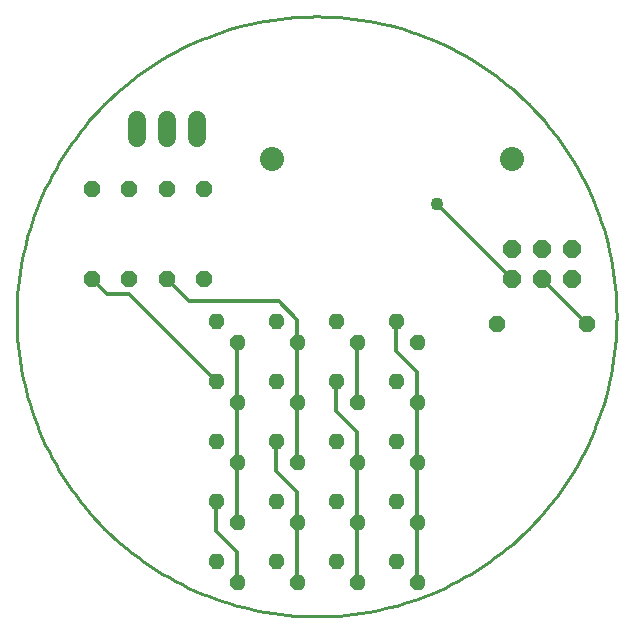
<source format=gtl>
G75*
%MOIN*%
%OFA0B0*%
%FSLAX25Y25*%
%IPPOS*%
%LPD*%
%AMOC8*
5,1,8,0,0,1.08239X$1,22.5*
%
%ADD10C,0.01000*%
%ADD11C,0.08000*%
%ADD12OC8,0.06000*%
%ADD13C,0.01040*%
%ADD14OC8,0.05200*%
%ADD15C,0.06000*%
%ADD16C,0.04356*%
%ADD17C,0.01181*%
D10*
X0001500Y0114770D02*
X0001530Y0117224D01*
X0001620Y0119677D01*
X0001771Y0122126D01*
X0001982Y0124572D01*
X0002252Y0127011D01*
X0002582Y0129443D01*
X0002972Y0131866D01*
X0003421Y0134279D01*
X0003930Y0136680D01*
X0004497Y0139068D01*
X0005122Y0141441D01*
X0005806Y0143798D01*
X0006547Y0146138D01*
X0007346Y0148459D01*
X0008201Y0150760D01*
X0009112Y0153038D01*
X0010079Y0155294D01*
X0011101Y0157526D01*
X0012178Y0159731D01*
X0013308Y0161910D01*
X0014491Y0164060D01*
X0015727Y0166180D01*
X0017015Y0168270D01*
X0018353Y0170327D01*
X0019742Y0172351D01*
X0021179Y0174340D01*
X0022665Y0176293D01*
X0024199Y0178209D01*
X0025779Y0180087D01*
X0027405Y0181926D01*
X0029075Y0183724D01*
X0030789Y0185481D01*
X0032546Y0187195D01*
X0034344Y0188865D01*
X0036183Y0190491D01*
X0038061Y0192071D01*
X0039977Y0193605D01*
X0041930Y0195091D01*
X0043919Y0196528D01*
X0045943Y0197917D01*
X0048000Y0199255D01*
X0050090Y0200543D01*
X0052210Y0201779D01*
X0054360Y0202962D01*
X0056539Y0204092D01*
X0058744Y0205169D01*
X0060976Y0206191D01*
X0063232Y0207158D01*
X0065510Y0208069D01*
X0067811Y0208924D01*
X0070132Y0209723D01*
X0072472Y0210464D01*
X0074829Y0211148D01*
X0077202Y0211773D01*
X0079590Y0212340D01*
X0081991Y0212849D01*
X0084404Y0213298D01*
X0086827Y0213688D01*
X0089259Y0214018D01*
X0091698Y0214288D01*
X0094144Y0214499D01*
X0096593Y0214650D01*
X0099046Y0214740D01*
X0101500Y0214770D01*
X0103954Y0214740D01*
X0106407Y0214650D01*
X0108856Y0214499D01*
X0111302Y0214288D01*
X0113741Y0214018D01*
X0116173Y0213688D01*
X0118596Y0213298D01*
X0121009Y0212849D01*
X0123410Y0212340D01*
X0125798Y0211773D01*
X0128171Y0211148D01*
X0130528Y0210464D01*
X0132868Y0209723D01*
X0135189Y0208924D01*
X0137490Y0208069D01*
X0139768Y0207158D01*
X0142024Y0206191D01*
X0144256Y0205169D01*
X0146461Y0204092D01*
X0148640Y0202962D01*
X0150790Y0201779D01*
X0152910Y0200543D01*
X0155000Y0199255D01*
X0157057Y0197917D01*
X0159081Y0196528D01*
X0161070Y0195091D01*
X0163023Y0193605D01*
X0164939Y0192071D01*
X0166817Y0190491D01*
X0168656Y0188865D01*
X0170454Y0187195D01*
X0172211Y0185481D01*
X0173925Y0183724D01*
X0175595Y0181926D01*
X0177221Y0180087D01*
X0178801Y0178209D01*
X0180335Y0176293D01*
X0181821Y0174340D01*
X0183258Y0172351D01*
X0184647Y0170327D01*
X0185985Y0168270D01*
X0187273Y0166180D01*
X0188509Y0164060D01*
X0189692Y0161910D01*
X0190822Y0159731D01*
X0191899Y0157526D01*
X0192921Y0155294D01*
X0193888Y0153038D01*
X0194799Y0150760D01*
X0195654Y0148459D01*
X0196453Y0146138D01*
X0197194Y0143798D01*
X0197878Y0141441D01*
X0198503Y0139068D01*
X0199070Y0136680D01*
X0199579Y0134279D01*
X0200028Y0131866D01*
X0200418Y0129443D01*
X0200748Y0127011D01*
X0201018Y0124572D01*
X0201229Y0122126D01*
X0201380Y0119677D01*
X0201470Y0117224D01*
X0201500Y0114770D01*
X0201470Y0112316D01*
X0201380Y0109863D01*
X0201229Y0107414D01*
X0201018Y0104968D01*
X0200748Y0102529D01*
X0200418Y0100097D01*
X0200028Y0097674D01*
X0199579Y0095261D01*
X0199070Y0092860D01*
X0198503Y0090472D01*
X0197878Y0088099D01*
X0197194Y0085742D01*
X0196453Y0083402D01*
X0195654Y0081081D01*
X0194799Y0078780D01*
X0193888Y0076502D01*
X0192921Y0074246D01*
X0191899Y0072014D01*
X0190822Y0069809D01*
X0189692Y0067630D01*
X0188509Y0065480D01*
X0187273Y0063360D01*
X0185985Y0061270D01*
X0184647Y0059213D01*
X0183258Y0057189D01*
X0181821Y0055200D01*
X0180335Y0053247D01*
X0178801Y0051331D01*
X0177221Y0049453D01*
X0175595Y0047614D01*
X0173925Y0045816D01*
X0172211Y0044059D01*
X0170454Y0042345D01*
X0168656Y0040675D01*
X0166817Y0039049D01*
X0164939Y0037469D01*
X0163023Y0035935D01*
X0161070Y0034449D01*
X0159081Y0033012D01*
X0157057Y0031623D01*
X0155000Y0030285D01*
X0152910Y0028997D01*
X0150790Y0027761D01*
X0148640Y0026578D01*
X0146461Y0025448D01*
X0144256Y0024371D01*
X0142024Y0023349D01*
X0139768Y0022382D01*
X0137490Y0021471D01*
X0135189Y0020616D01*
X0132868Y0019817D01*
X0130528Y0019076D01*
X0128171Y0018392D01*
X0125798Y0017767D01*
X0123410Y0017200D01*
X0121009Y0016691D01*
X0118596Y0016242D01*
X0116173Y0015852D01*
X0113741Y0015522D01*
X0111302Y0015252D01*
X0108856Y0015041D01*
X0106407Y0014890D01*
X0103954Y0014800D01*
X0101500Y0014770D01*
X0099046Y0014800D01*
X0096593Y0014890D01*
X0094144Y0015041D01*
X0091698Y0015252D01*
X0089259Y0015522D01*
X0086827Y0015852D01*
X0084404Y0016242D01*
X0081991Y0016691D01*
X0079590Y0017200D01*
X0077202Y0017767D01*
X0074829Y0018392D01*
X0072472Y0019076D01*
X0070132Y0019817D01*
X0067811Y0020616D01*
X0065510Y0021471D01*
X0063232Y0022382D01*
X0060976Y0023349D01*
X0058744Y0024371D01*
X0056539Y0025448D01*
X0054360Y0026578D01*
X0052210Y0027761D01*
X0050090Y0028997D01*
X0048000Y0030285D01*
X0045943Y0031623D01*
X0043919Y0033012D01*
X0041930Y0034449D01*
X0039977Y0035935D01*
X0038061Y0037469D01*
X0036183Y0039049D01*
X0034344Y0040675D01*
X0032546Y0042345D01*
X0030789Y0044059D01*
X0029075Y0045816D01*
X0027405Y0047614D01*
X0025779Y0049453D01*
X0024199Y0051331D01*
X0022665Y0053247D01*
X0021179Y0055200D01*
X0019742Y0057189D01*
X0018353Y0059213D01*
X0017015Y0061270D01*
X0015727Y0063360D01*
X0014491Y0065480D01*
X0013308Y0067630D01*
X0012178Y0069809D01*
X0011101Y0072014D01*
X0010079Y0074246D01*
X0009112Y0076502D01*
X0008201Y0078780D01*
X0007346Y0081081D01*
X0006547Y0083402D01*
X0005806Y0085742D01*
X0005122Y0088099D01*
X0004497Y0090472D01*
X0003930Y0092860D01*
X0003421Y0095261D01*
X0002972Y0097674D01*
X0002582Y0100097D01*
X0002252Y0102529D01*
X0001982Y0104968D01*
X0001771Y0107414D01*
X0001620Y0109863D01*
X0001530Y0112316D01*
X0001500Y0114770D01*
D11*
X0086500Y0167270D03*
X0166500Y0167270D03*
D12*
X0166500Y0137270D03*
X0176500Y0137270D03*
X0186500Y0137270D03*
X0186500Y0127270D03*
X0176500Y0127270D03*
X0166500Y0127270D03*
D13*
X0068305Y0031746D02*
X0068825Y0031226D01*
X0067103Y0031226D01*
X0065885Y0032444D01*
X0065885Y0034166D01*
X0067103Y0035384D01*
X0068825Y0035384D01*
X0070043Y0034166D01*
X0070043Y0032444D01*
X0068825Y0031226D01*
X0068502Y0032006D01*
X0067426Y0032006D01*
X0066665Y0032767D01*
X0066665Y0033843D01*
X0067426Y0034604D01*
X0068502Y0034604D01*
X0069263Y0033843D01*
X0069263Y0032767D01*
X0068502Y0032006D01*
X0068179Y0032786D01*
X0067749Y0032786D01*
X0067445Y0033090D01*
X0067445Y0033520D01*
X0067749Y0033824D01*
X0068179Y0033824D01*
X0068483Y0033520D01*
X0068483Y0033090D01*
X0068179Y0032786D01*
X0075377Y0024675D02*
X0075897Y0024155D01*
X0074175Y0024155D01*
X0072957Y0025373D01*
X0072957Y0027095D01*
X0074175Y0028313D01*
X0075897Y0028313D01*
X0077115Y0027095D01*
X0077115Y0025373D01*
X0075897Y0024155D01*
X0075574Y0024935D01*
X0074498Y0024935D01*
X0073737Y0025696D01*
X0073737Y0026772D01*
X0074498Y0027533D01*
X0075574Y0027533D01*
X0076335Y0026772D01*
X0076335Y0025696D01*
X0075574Y0024935D01*
X0075251Y0025715D01*
X0074821Y0025715D01*
X0074517Y0026019D01*
X0074517Y0026449D01*
X0074821Y0026753D01*
X0075251Y0026753D01*
X0075555Y0026449D01*
X0075555Y0026019D01*
X0075251Y0025715D01*
X0088305Y0031746D02*
X0088825Y0031226D01*
X0087103Y0031226D01*
X0085885Y0032444D01*
X0085885Y0034166D01*
X0087103Y0035384D01*
X0088825Y0035384D01*
X0090043Y0034166D01*
X0090043Y0032444D01*
X0088825Y0031226D01*
X0088502Y0032006D01*
X0087426Y0032006D01*
X0086665Y0032767D01*
X0086665Y0033843D01*
X0087426Y0034604D01*
X0088502Y0034604D01*
X0089263Y0033843D01*
X0089263Y0032767D01*
X0088502Y0032006D01*
X0088179Y0032786D01*
X0087749Y0032786D01*
X0087445Y0033090D01*
X0087445Y0033520D01*
X0087749Y0033824D01*
X0088179Y0033824D01*
X0088483Y0033520D01*
X0088483Y0033090D01*
X0088179Y0032786D01*
X0095377Y0024675D02*
X0095897Y0024155D01*
X0094175Y0024155D01*
X0092957Y0025373D01*
X0092957Y0027095D01*
X0094175Y0028313D01*
X0095897Y0028313D01*
X0097115Y0027095D01*
X0097115Y0025373D01*
X0095897Y0024155D01*
X0095574Y0024935D01*
X0094498Y0024935D01*
X0093737Y0025696D01*
X0093737Y0026772D01*
X0094498Y0027533D01*
X0095574Y0027533D01*
X0096335Y0026772D01*
X0096335Y0025696D01*
X0095574Y0024935D01*
X0095251Y0025715D01*
X0094821Y0025715D01*
X0094517Y0026019D01*
X0094517Y0026449D01*
X0094821Y0026753D01*
X0095251Y0026753D01*
X0095555Y0026449D01*
X0095555Y0026019D01*
X0095251Y0025715D01*
X0108305Y0031746D02*
X0108825Y0031226D01*
X0107103Y0031226D01*
X0105885Y0032444D01*
X0105885Y0034166D01*
X0107103Y0035384D01*
X0108825Y0035384D01*
X0110043Y0034166D01*
X0110043Y0032444D01*
X0108825Y0031226D01*
X0108502Y0032006D01*
X0107426Y0032006D01*
X0106665Y0032767D01*
X0106665Y0033843D01*
X0107426Y0034604D01*
X0108502Y0034604D01*
X0109263Y0033843D01*
X0109263Y0032767D01*
X0108502Y0032006D01*
X0108179Y0032786D01*
X0107749Y0032786D01*
X0107445Y0033090D01*
X0107445Y0033520D01*
X0107749Y0033824D01*
X0108179Y0033824D01*
X0108483Y0033520D01*
X0108483Y0033090D01*
X0108179Y0032786D01*
X0115377Y0024675D02*
X0115897Y0024155D01*
X0114175Y0024155D01*
X0112957Y0025373D01*
X0112957Y0027095D01*
X0114175Y0028313D01*
X0115897Y0028313D01*
X0117115Y0027095D01*
X0117115Y0025373D01*
X0115897Y0024155D01*
X0115574Y0024935D01*
X0114498Y0024935D01*
X0113737Y0025696D01*
X0113737Y0026772D01*
X0114498Y0027533D01*
X0115574Y0027533D01*
X0116335Y0026772D01*
X0116335Y0025696D01*
X0115574Y0024935D01*
X0115251Y0025715D01*
X0114821Y0025715D01*
X0114517Y0026019D01*
X0114517Y0026449D01*
X0114821Y0026753D01*
X0115251Y0026753D01*
X0115555Y0026449D01*
X0115555Y0026019D01*
X0115251Y0025715D01*
X0128305Y0031746D02*
X0128825Y0031226D01*
X0127103Y0031226D01*
X0125885Y0032444D01*
X0125885Y0034166D01*
X0127103Y0035384D01*
X0128825Y0035384D01*
X0130043Y0034166D01*
X0130043Y0032444D01*
X0128825Y0031226D01*
X0128502Y0032006D01*
X0127426Y0032006D01*
X0126665Y0032767D01*
X0126665Y0033843D01*
X0127426Y0034604D01*
X0128502Y0034604D01*
X0129263Y0033843D01*
X0129263Y0032767D01*
X0128502Y0032006D01*
X0128179Y0032786D01*
X0127749Y0032786D01*
X0127445Y0033090D01*
X0127445Y0033520D01*
X0127749Y0033824D01*
X0128179Y0033824D01*
X0128483Y0033520D01*
X0128483Y0033090D01*
X0128179Y0032786D01*
X0135377Y0024675D02*
X0135897Y0024155D01*
X0134175Y0024155D01*
X0132957Y0025373D01*
X0132957Y0027095D01*
X0134175Y0028313D01*
X0135897Y0028313D01*
X0137115Y0027095D01*
X0137115Y0025373D01*
X0135897Y0024155D01*
X0135574Y0024935D01*
X0134498Y0024935D01*
X0133737Y0025696D01*
X0133737Y0026772D01*
X0134498Y0027533D01*
X0135574Y0027533D01*
X0136335Y0026772D01*
X0136335Y0025696D01*
X0135574Y0024935D01*
X0135251Y0025715D01*
X0134821Y0025715D01*
X0134517Y0026019D01*
X0134517Y0026449D01*
X0134821Y0026753D01*
X0135251Y0026753D01*
X0135555Y0026449D01*
X0135555Y0026019D01*
X0135251Y0025715D01*
X0135377Y0044675D02*
X0135897Y0044155D01*
X0134175Y0044155D01*
X0132957Y0045373D01*
X0132957Y0047095D01*
X0134175Y0048313D01*
X0135897Y0048313D01*
X0137115Y0047095D01*
X0137115Y0045373D01*
X0135897Y0044155D01*
X0135574Y0044935D01*
X0134498Y0044935D01*
X0133737Y0045696D01*
X0133737Y0046772D01*
X0134498Y0047533D01*
X0135574Y0047533D01*
X0136335Y0046772D01*
X0136335Y0045696D01*
X0135574Y0044935D01*
X0135251Y0045715D01*
X0134821Y0045715D01*
X0134517Y0046019D01*
X0134517Y0046449D01*
X0134821Y0046753D01*
X0135251Y0046753D01*
X0135555Y0046449D01*
X0135555Y0046019D01*
X0135251Y0045715D01*
X0128305Y0051746D02*
X0128825Y0051226D01*
X0127103Y0051226D01*
X0125885Y0052444D01*
X0125885Y0054166D01*
X0127103Y0055384D01*
X0128825Y0055384D01*
X0130043Y0054166D01*
X0130043Y0052444D01*
X0128825Y0051226D01*
X0128502Y0052006D01*
X0127426Y0052006D01*
X0126665Y0052767D01*
X0126665Y0053843D01*
X0127426Y0054604D01*
X0128502Y0054604D01*
X0129263Y0053843D01*
X0129263Y0052767D01*
X0128502Y0052006D01*
X0128179Y0052786D01*
X0127749Y0052786D01*
X0127445Y0053090D01*
X0127445Y0053520D01*
X0127749Y0053824D01*
X0128179Y0053824D01*
X0128483Y0053520D01*
X0128483Y0053090D01*
X0128179Y0052786D01*
X0135377Y0064675D02*
X0135897Y0064155D01*
X0134175Y0064155D01*
X0132957Y0065373D01*
X0132957Y0067095D01*
X0134175Y0068313D01*
X0135897Y0068313D01*
X0137115Y0067095D01*
X0137115Y0065373D01*
X0135897Y0064155D01*
X0135574Y0064935D01*
X0134498Y0064935D01*
X0133737Y0065696D01*
X0133737Y0066772D01*
X0134498Y0067533D01*
X0135574Y0067533D01*
X0136335Y0066772D01*
X0136335Y0065696D01*
X0135574Y0064935D01*
X0135251Y0065715D01*
X0134821Y0065715D01*
X0134517Y0066019D01*
X0134517Y0066449D01*
X0134821Y0066753D01*
X0135251Y0066753D01*
X0135555Y0066449D01*
X0135555Y0066019D01*
X0135251Y0065715D01*
X0128305Y0071746D02*
X0128825Y0071226D01*
X0127103Y0071226D01*
X0125885Y0072444D01*
X0125885Y0074166D01*
X0127103Y0075384D01*
X0128825Y0075384D01*
X0130043Y0074166D01*
X0130043Y0072444D01*
X0128825Y0071226D01*
X0128502Y0072006D01*
X0127426Y0072006D01*
X0126665Y0072767D01*
X0126665Y0073843D01*
X0127426Y0074604D01*
X0128502Y0074604D01*
X0129263Y0073843D01*
X0129263Y0072767D01*
X0128502Y0072006D01*
X0128179Y0072786D01*
X0127749Y0072786D01*
X0127445Y0073090D01*
X0127445Y0073520D01*
X0127749Y0073824D01*
X0128179Y0073824D01*
X0128483Y0073520D01*
X0128483Y0073090D01*
X0128179Y0072786D01*
X0135377Y0084675D02*
X0135897Y0084155D01*
X0134175Y0084155D01*
X0132957Y0085373D01*
X0132957Y0087095D01*
X0134175Y0088313D01*
X0135897Y0088313D01*
X0137115Y0087095D01*
X0137115Y0085373D01*
X0135897Y0084155D01*
X0135574Y0084935D01*
X0134498Y0084935D01*
X0133737Y0085696D01*
X0133737Y0086772D01*
X0134498Y0087533D01*
X0135574Y0087533D01*
X0136335Y0086772D01*
X0136335Y0085696D01*
X0135574Y0084935D01*
X0135251Y0085715D01*
X0134821Y0085715D01*
X0134517Y0086019D01*
X0134517Y0086449D01*
X0134821Y0086753D01*
X0135251Y0086753D01*
X0135555Y0086449D01*
X0135555Y0086019D01*
X0135251Y0085715D01*
X0128305Y0091746D02*
X0128825Y0091226D01*
X0127103Y0091226D01*
X0125885Y0092444D01*
X0125885Y0094166D01*
X0127103Y0095384D01*
X0128825Y0095384D01*
X0130043Y0094166D01*
X0130043Y0092444D01*
X0128825Y0091226D01*
X0128502Y0092006D01*
X0127426Y0092006D01*
X0126665Y0092767D01*
X0126665Y0093843D01*
X0127426Y0094604D01*
X0128502Y0094604D01*
X0129263Y0093843D01*
X0129263Y0092767D01*
X0128502Y0092006D01*
X0128179Y0092786D01*
X0127749Y0092786D01*
X0127445Y0093090D01*
X0127445Y0093520D01*
X0127749Y0093824D01*
X0128179Y0093824D01*
X0128483Y0093520D01*
X0128483Y0093090D01*
X0128179Y0092786D01*
X0115377Y0084675D02*
X0115897Y0084155D01*
X0114175Y0084155D01*
X0112957Y0085373D01*
X0112957Y0087095D01*
X0114175Y0088313D01*
X0115897Y0088313D01*
X0117115Y0087095D01*
X0117115Y0085373D01*
X0115897Y0084155D01*
X0115574Y0084935D01*
X0114498Y0084935D01*
X0113737Y0085696D01*
X0113737Y0086772D01*
X0114498Y0087533D01*
X0115574Y0087533D01*
X0116335Y0086772D01*
X0116335Y0085696D01*
X0115574Y0084935D01*
X0115251Y0085715D01*
X0114821Y0085715D01*
X0114517Y0086019D01*
X0114517Y0086449D01*
X0114821Y0086753D01*
X0115251Y0086753D01*
X0115555Y0086449D01*
X0115555Y0086019D01*
X0115251Y0085715D01*
X0108305Y0091746D02*
X0108825Y0091226D01*
X0107103Y0091226D01*
X0105885Y0092444D01*
X0105885Y0094166D01*
X0107103Y0095384D01*
X0108825Y0095384D01*
X0110043Y0094166D01*
X0110043Y0092444D01*
X0108825Y0091226D01*
X0108502Y0092006D01*
X0107426Y0092006D01*
X0106665Y0092767D01*
X0106665Y0093843D01*
X0107426Y0094604D01*
X0108502Y0094604D01*
X0109263Y0093843D01*
X0109263Y0092767D01*
X0108502Y0092006D01*
X0108179Y0092786D01*
X0107749Y0092786D01*
X0107445Y0093090D01*
X0107445Y0093520D01*
X0107749Y0093824D01*
X0108179Y0093824D01*
X0108483Y0093520D01*
X0108483Y0093090D01*
X0108179Y0092786D01*
X0095377Y0084675D02*
X0095897Y0084155D01*
X0094175Y0084155D01*
X0092957Y0085373D01*
X0092957Y0087095D01*
X0094175Y0088313D01*
X0095897Y0088313D01*
X0097115Y0087095D01*
X0097115Y0085373D01*
X0095897Y0084155D01*
X0095574Y0084935D01*
X0094498Y0084935D01*
X0093737Y0085696D01*
X0093737Y0086772D01*
X0094498Y0087533D01*
X0095574Y0087533D01*
X0096335Y0086772D01*
X0096335Y0085696D01*
X0095574Y0084935D01*
X0095251Y0085715D01*
X0094821Y0085715D01*
X0094517Y0086019D01*
X0094517Y0086449D01*
X0094821Y0086753D01*
X0095251Y0086753D01*
X0095555Y0086449D01*
X0095555Y0086019D01*
X0095251Y0085715D01*
X0088305Y0091746D02*
X0088825Y0091226D01*
X0087103Y0091226D01*
X0085885Y0092444D01*
X0085885Y0094166D01*
X0087103Y0095384D01*
X0088825Y0095384D01*
X0090043Y0094166D01*
X0090043Y0092444D01*
X0088825Y0091226D01*
X0088502Y0092006D01*
X0087426Y0092006D01*
X0086665Y0092767D01*
X0086665Y0093843D01*
X0087426Y0094604D01*
X0088502Y0094604D01*
X0089263Y0093843D01*
X0089263Y0092767D01*
X0088502Y0092006D01*
X0088179Y0092786D01*
X0087749Y0092786D01*
X0087445Y0093090D01*
X0087445Y0093520D01*
X0087749Y0093824D01*
X0088179Y0093824D01*
X0088483Y0093520D01*
X0088483Y0093090D01*
X0088179Y0092786D01*
X0075377Y0084675D02*
X0075897Y0084155D01*
X0074175Y0084155D01*
X0072957Y0085373D01*
X0072957Y0087095D01*
X0074175Y0088313D01*
X0075897Y0088313D01*
X0077115Y0087095D01*
X0077115Y0085373D01*
X0075897Y0084155D01*
X0075574Y0084935D01*
X0074498Y0084935D01*
X0073737Y0085696D01*
X0073737Y0086772D01*
X0074498Y0087533D01*
X0075574Y0087533D01*
X0076335Y0086772D01*
X0076335Y0085696D01*
X0075574Y0084935D01*
X0075251Y0085715D01*
X0074821Y0085715D01*
X0074517Y0086019D01*
X0074517Y0086449D01*
X0074821Y0086753D01*
X0075251Y0086753D01*
X0075555Y0086449D01*
X0075555Y0086019D01*
X0075251Y0085715D01*
X0068305Y0091746D02*
X0068825Y0091226D01*
X0067103Y0091226D01*
X0065885Y0092444D01*
X0065885Y0094166D01*
X0067103Y0095384D01*
X0068825Y0095384D01*
X0070043Y0094166D01*
X0070043Y0092444D01*
X0068825Y0091226D01*
X0068502Y0092006D01*
X0067426Y0092006D01*
X0066665Y0092767D01*
X0066665Y0093843D01*
X0067426Y0094604D01*
X0068502Y0094604D01*
X0069263Y0093843D01*
X0069263Y0092767D01*
X0068502Y0092006D01*
X0068179Y0092786D01*
X0067749Y0092786D01*
X0067445Y0093090D01*
X0067445Y0093520D01*
X0067749Y0093824D01*
X0068179Y0093824D01*
X0068483Y0093520D01*
X0068483Y0093090D01*
X0068179Y0092786D01*
X0075377Y0104675D02*
X0075897Y0104155D01*
X0074175Y0104155D01*
X0072957Y0105373D01*
X0072957Y0107095D01*
X0074175Y0108313D01*
X0075897Y0108313D01*
X0077115Y0107095D01*
X0077115Y0105373D01*
X0075897Y0104155D01*
X0075574Y0104935D01*
X0074498Y0104935D01*
X0073737Y0105696D01*
X0073737Y0106772D01*
X0074498Y0107533D01*
X0075574Y0107533D01*
X0076335Y0106772D01*
X0076335Y0105696D01*
X0075574Y0104935D01*
X0075251Y0105715D01*
X0074821Y0105715D01*
X0074517Y0106019D01*
X0074517Y0106449D01*
X0074821Y0106753D01*
X0075251Y0106753D01*
X0075555Y0106449D01*
X0075555Y0106019D01*
X0075251Y0105715D01*
X0068305Y0111746D02*
X0068825Y0111226D01*
X0067103Y0111226D01*
X0065885Y0112444D01*
X0065885Y0114166D01*
X0067103Y0115384D01*
X0068825Y0115384D01*
X0070043Y0114166D01*
X0070043Y0112444D01*
X0068825Y0111226D01*
X0068502Y0112006D01*
X0067426Y0112006D01*
X0066665Y0112767D01*
X0066665Y0113843D01*
X0067426Y0114604D01*
X0068502Y0114604D01*
X0069263Y0113843D01*
X0069263Y0112767D01*
X0068502Y0112006D01*
X0068179Y0112786D01*
X0067749Y0112786D01*
X0067445Y0113090D01*
X0067445Y0113520D01*
X0067749Y0113824D01*
X0068179Y0113824D01*
X0068483Y0113520D01*
X0068483Y0113090D01*
X0068179Y0112786D01*
X0088305Y0111746D02*
X0088825Y0111226D01*
X0087103Y0111226D01*
X0085885Y0112444D01*
X0085885Y0114166D01*
X0087103Y0115384D01*
X0088825Y0115384D01*
X0090043Y0114166D01*
X0090043Y0112444D01*
X0088825Y0111226D01*
X0088502Y0112006D01*
X0087426Y0112006D01*
X0086665Y0112767D01*
X0086665Y0113843D01*
X0087426Y0114604D01*
X0088502Y0114604D01*
X0089263Y0113843D01*
X0089263Y0112767D01*
X0088502Y0112006D01*
X0088179Y0112786D01*
X0087749Y0112786D01*
X0087445Y0113090D01*
X0087445Y0113520D01*
X0087749Y0113824D01*
X0088179Y0113824D01*
X0088483Y0113520D01*
X0088483Y0113090D01*
X0088179Y0112786D01*
X0095377Y0104675D02*
X0095897Y0104155D01*
X0094175Y0104155D01*
X0092957Y0105373D01*
X0092957Y0107095D01*
X0094175Y0108313D01*
X0095897Y0108313D01*
X0097115Y0107095D01*
X0097115Y0105373D01*
X0095897Y0104155D01*
X0095574Y0104935D01*
X0094498Y0104935D01*
X0093737Y0105696D01*
X0093737Y0106772D01*
X0094498Y0107533D01*
X0095574Y0107533D01*
X0096335Y0106772D01*
X0096335Y0105696D01*
X0095574Y0104935D01*
X0095251Y0105715D01*
X0094821Y0105715D01*
X0094517Y0106019D01*
X0094517Y0106449D01*
X0094821Y0106753D01*
X0095251Y0106753D01*
X0095555Y0106449D01*
X0095555Y0106019D01*
X0095251Y0105715D01*
X0108305Y0111746D02*
X0108825Y0111226D01*
X0107103Y0111226D01*
X0105885Y0112444D01*
X0105885Y0114166D01*
X0107103Y0115384D01*
X0108825Y0115384D01*
X0110043Y0114166D01*
X0110043Y0112444D01*
X0108825Y0111226D01*
X0108502Y0112006D01*
X0107426Y0112006D01*
X0106665Y0112767D01*
X0106665Y0113843D01*
X0107426Y0114604D01*
X0108502Y0114604D01*
X0109263Y0113843D01*
X0109263Y0112767D01*
X0108502Y0112006D01*
X0108179Y0112786D01*
X0107749Y0112786D01*
X0107445Y0113090D01*
X0107445Y0113520D01*
X0107749Y0113824D01*
X0108179Y0113824D01*
X0108483Y0113520D01*
X0108483Y0113090D01*
X0108179Y0112786D01*
X0115377Y0104675D02*
X0115897Y0104155D01*
X0114175Y0104155D01*
X0112957Y0105373D01*
X0112957Y0107095D01*
X0114175Y0108313D01*
X0115897Y0108313D01*
X0117115Y0107095D01*
X0117115Y0105373D01*
X0115897Y0104155D01*
X0115574Y0104935D01*
X0114498Y0104935D01*
X0113737Y0105696D01*
X0113737Y0106772D01*
X0114498Y0107533D01*
X0115574Y0107533D01*
X0116335Y0106772D01*
X0116335Y0105696D01*
X0115574Y0104935D01*
X0115251Y0105715D01*
X0114821Y0105715D01*
X0114517Y0106019D01*
X0114517Y0106449D01*
X0114821Y0106753D01*
X0115251Y0106753D01*
X0115555Y0106449D01*
X0115555Y0106019D01*
X0115251Y0105715D01*
X0128305Y0111746D02*
X0128825Y0111226D01*
X0127103Y0111226D01*
X0125885Y0112444D01*
X0125885Y0114166D01*
X0127103Y0115384D01*
X0128825Y0115384D01*
X0130043Y0114166D01*
X0130043Y0112444D01*
X0128825Y0111226D01*
X0128502Y0112006D01*
X0127426Y0112006D01*
X0126665Y0112767D01*
X0126665Y0113843D01*
X0127426Y0114604D01*
X0128502Y0114604D01*
X0129263Y0113843D01*
X0129263Y0112767D01*
X0128502Y0112006D01*
X0128179Y0112786D01*
X0127749Y0112786D01*
X0127445Y0113090D01*
X0127445Y0113520D01*
X0127749Y0113824D01*
X0128179Y0113824D01*
X0128483Y0113520D01*
X0128483Y0113090D01*
X0128179Y0112786D01*
X0135377Y0104675D02*
X0135897Y0104155D01*
X0134175Y0104155D01*
X0132957Y0105373D01*
X0132957Y0107095D01*
X0134175Y0108313D01*
X0135897Y0108313D01*
X0137115Y0107095D01*
X0137115Y0105373D01*
X0135897Y0104155D01*
X0135574Y0104935D01*
X0134498Y0104935D01*
X0133737Y0105696D01*
X0133737Y0106772D01*
X0134498Y0107533D01*
X0135574Y0107533D01*
X0136335Y0106772D01*
X0136335Y0105696D01*
X0135574Y0104935D01*
X0135251Y0105715D01*
X0134821Y0105715D01*
X0134517Y0106019D01*
X0134517Y0106449D01*
X0134821Y0106753D01*
X0135251Y0106753D01*
X0135555Y0106449D01*
X0135555Y0106019D01*
X0135251Y0105715D01*
X0108305Y0071746D02*
X0108825Y0071226D01*
X0107103Y0071226D01*
X0105885Y0072444D01*
X0105885Y0074166D01*
X0107103Y0075384D01*
X0108825Y0075384D01*
X0110043Y0074166D01*
X0110043Y0072444D01*
X0108825Y0071226D01*
X0108502Y0072006D01*
X0107426Y0072006D01*
X0106665Y0072767D01*
X0106665Y0073843D01*
X0107426Y0074604D01*
X0108502Y0074604D01*
X0109263Y0073843D01*
X0109263Y0072767D01*
X0108502Y0072006D01*
X0108179Y0072786D01*
X0107749Y0072786D01*
X0107445Y0073090D01*
X0107445Y0073520D01*
X0107749Y0073824D01*
X0108179Y0073824D01*
X0108483Y0073520D01*
X0108483Y0073090D01*
X0108179Y0072786D01*
X0115377Y0064675D02*
X0115897Y0064155D01*
X0114175Y0064155D01*
X0112957Y0065373D01*
X0112957Y0067095D01*
X0114175Y0068313D01*
X0115897Y0068313D01*
X0117115Y0067095D01*
X0117115Y0065373D01*
X0115897Y0064155D01*
X0115574Y0064935D01*
X0114498Y0064935D01*
X0113737Y0065696D01*
X0113737Y0066772D01*
X0114498Y0067533D01*
X0115574Y0067533D01*
X0116335Y0066772D01*
X0116335Y0065696D01*
X0115574Y0064935D01*
X0115251Y0065715D01*
X0114821Y0065715D01*
X0114517Y0066019D01*
X0114517Y0066449D01*
X0114821Y0066753D01*
X0115251Y0066753D01*
X0115555Y0066449D01*
X0115555Y0066019D01*
X0115251Y0065715D01*
X0108305Y0051746D02*
X0108825Y0051226D01*
X0107103Y0051226D01*
X0105885Y0052444D01*
X0105885Y0054166D01*
X0107103Y0055384D01*
X0108825Y0055384D01*
X0110043Y0054166D01*
X0110043Y0052444D01*
X0108825Y0051226D01*
X0108502Y0052006D01*
X0107426Y0052006D01*
X0106665Y0052767D01*
X0106665Y0053843D01*
X0107426Y0054604D01*
X0108502Y0054604D01*
X0109263Y0053843D01*
X0109263Y0052767D01*
X0108502Y0052006D01*
X0108179Y0052786D01*
X0107749Y0052786D01*
X0107445Y0053090D01*
X0107445Y0053520D01*
X0107749Y0053824D01*
X0108179Y0053824D01*
X0108483Y0053520D01*
X0108483Y0053090D01*
X0108179Y0052786D01*
X0115377Y0044675D02*
X0115897Y0044155D01*
X0114175Y0044155D01*
X0112957Y0045373D01*
X0112957Y0047095D01*
X0114175Y0048313D01*
X0115897Y0048313D01*
X0117115Y0047095D01*
X0117115Y0045373D01*
X0115897Y0044155D01*
X0115574Y0044935D01*
X0114498Y0044935D01*
X0113737Y0045696D01*
X0113737Y0046772D01*
X0114498Y0047533D01*
X0115574Y0047533D01*
X0116335Y0046772D01*
X0116335Y0045696D01*
X0115574Y0044935D01*
X0115251Y0045715D01*
X0114821Y0045715D01*
X0114517Y0046019D01*
X0114517Y0046449D01*
X0114821Y0046753D01*
X0115251Y0046753D01*
X0115555Y0046449D01*
X0115555Y0046019D01*
X0115251Y0045715D01*
X0095377Y0044675D02*
X0095897Y0044155D01*
X0094175Y0044155D01*
X0092957Y0045373D01*
X0092957Y0047095D01*
X0094175Y0048313D01*
X0095897Y0048313D01*
X0097115Y0047095D01*
X0097115Y0045373D01*
X0095897Y0044155D01*
X0095574Y0044935D01*
X0094498Y0044935D01*
X0093737Y0045696D01*
X0093737Y0046772D01*
X0094498Y0047533D01*
X0095574Y0047533D01*
X0096335Y0046772D01*
X0096335Y0045696D01*
X0095574Y0044935D01*
X0095251Y0045715D01*
X0094821Y0045715D01*
X0094517Y0046019D01*
X0094517Y0046449D01*
X0094821Y0046753D01*
X0095251Y0046753D01*
X0095555Y0046449D01*
X0095555Y0046019D01*
X0095251Y0045715D01*
X0088305Y0051746D02*
X0088825Y0051226D01*
X0087103Y0051226D01*
X0085885Y0052444D01*
X0085885Y0054166D01*
X0087103Y0055384D01*
X0088825Y0055384D01*
X0090043Y0054166D01*
X0090043Y0052444D01*
X0088825Y0051226D01*
X0088502Y0052006D01*
X0087426Y0052006D01*
X0086665Y0052767D01*
X0086665Y0053843D01*
X0087426Y0054604D01*
X0088502Y0054604D01*
X0089263Y0053843D01*
X0089263Y0052767D01*
X0088502Y0052006D01*
X0088179Y0052786D01*
X0087749Y0052786D01*
X0087445Y0053090D01*
X0087445Y0053520D01*
X0087749Y0053824D01*
X0088179Y0053824D01*
X0088483Y0053520D01*
X0088483Y0053090D01*
X0088179Y0052786D01*
X0095377Y0064675D02*
X0095897Y0064155D01*
X0094175Y0064155D01*
X0092957Y0065373D01*
X0092957Y0067095D01*
X0094175Y0068313D01*
X0095897Y0068313D01*
X0097115Y0067095D01*
X0097115Y0065373D01*
X0095897Y0064155D01*
X0095574Y0064935D01*
X0094498Y0064935D01*
X0093737Y0065696D01*
X0093737Y0066772D01*
X0094498Y0067533D01*
X0095574Y0067533D01*
X0096335Y0066772D01*
X0096335Y0065696D01*
X0095574Y0064935D01*
X0095251Y0065715D01*
X0094821Y0065715D01*
X0094517Y0066019D01*
X0094517Y0066449D01*
X0094821Y0066753D01*
X0095251Y0066753D01*
X0095555Y0066449D01*
X0095555Y0066019D01*
X0095251Y0065715D01*
X0088305Y0071746D02*
X0088825Y0071226D01*
X0087103Y0071226D01*
X0085885Y0072444D01*
X0085885Y0074166D01*
X0087103Y0075384D01*
X0088825Y0075384D01*
X0090043Y0074166D01*
X0090043Y0072444D01*
X0088825Y0071226D01*
X0088502Y0072006D01*
X0087426Y0072006D01*
X0086665Y0072767D01*
X0086665Y0073843D01*
X0087426Y0074604D01*
X0088502Y0074604D01*
X0089263Y0073843D01*
X0089263Y0072767D01*
X0088502Y0072006D01*
X0088179Y0072786D01*
X0087749Y0072786D01*
X0087445Y0073090D01*
X0087445Y0073520D01*
X0087749Y0073824D01*
X0088179Y0073824D01*
X0088483Y0073520D01*
X0088483Y0073090D01*
X0088179Y0072786D01*
X0075377Y0064675D02*
X0075897Y0064155D01*
X0074175Y0064155D01*
X0072957Y0065373D01*
X0072957Y0067095D01*
X0074175Y0068313D01*
X0075897Y0068313D01*
X0077115Y0067095D01*
X0077115Y0065373D01*
X0075897Y0064155D01*
X0075574Y0064935D01*
X0074498Y0064935D01*
X0073737Y0065696D01*
X0073737Y0066772D01*
X0074498Y0067533D01*
X0075574Y0067533D01*
X0076335Y0066772D01*
X0076335Y0065696D01*
X0075574Y0064935D01*
X0075251Y0065715D01*
X0074821Y0065715D01*
X0074517Y0066019D01*
X0074517Y0066449D01*
X0074821Y0066753D01*
X0075251Y0066753D01*
X0075555Y0066449D01*
X0075555Y0066019D01*
X0075251Y0065715D01*
X0068305Y0071746D02*
X0068825Y0071226D01*
X0067103Y0071226D01*
X0065885Y0072444D01*
X0065885Y0074166D01*
X0067103Y0075384D01*
X0068825Y0075384D01*
X0070043Y0074166D01*
X0070043Y0072444D01*
X0068825Y0071226D01*
X0068502Y0072006D01*
X0067426Y0072006D01*
X0066665Y0072767D01*
X0066665Y0073843D01*
X0067426Y0074604D01*
X0068502Y0074604D01*
X0069263Y0073843D01*
X0069263Y0072767D01*
X0068502Y0072006D01*
X0068179Y0072786D01*
X0067749Y0072786D01*
X0067445Y0073090D01*
X0067445Y0073520D01*
X0067749Y0073824D01*
X0068179Y0073824D01*
X0068483Y0073520D01*
X0068483Y0073090D01*
X0068179Y0072786D01*
X0068305Y0051746D02*
X0068825Y0051226D01*
X0067103Y0051226D01*
X0065885Y0052444D01*
X0065885Y0054166D01*
X0067103Y0055384D01*
X0068825Y0055384D01*
X0070043Y0054166D01*
X0070043Y0052444D01*
X0068825Y0051226D01*
X0068502Y0052006D01*
X0067426Y0052006D01*
X0066665Y0052767D01*
X0066665Y0053843D01*
X0067426Y0054604D01*
X0068502Y0054604D01*
X0069263Y0053843D01*
X0069263Y0052767D01*
X0068502Y0052006D01*
X0068179Y0052786D01*
X0067749Y0052786D01*
X0067445Y0053090D01*
X0067445Y0053520D01*
X0067749Y0053824D01*
X0068179Y0053824D01*
X0068483Y0053520D01*
X0068483Y0053090D01*
X0068179Y0052786D01*
X0075377Y0044675D02*
X0075897Y0044155D01*
X0074175Y0044155D01*
X0072957Y0045373D01*
X0072957Y0047095D01*
X0074175Y0048313D01*
X0075897Y0048313D01*
X0077115Y0047095D01*
X0077115Y0045373D01*
X0075897Y0044155D01*
X0075574Y0044935D01*
X0074498Y0044935D01*
X0073737Y0045696D01*
X0073737Y0046772D01*
X0074498Y0047533D01*
X0075574Y0047533D01*
X0076335Y0046772D01*
X0076335Y0045696D01*
X0075574Y0044935D01*
X0075251Y0045715D01*
X0074821Y0045715D01*
X0074517Y0046019D01*
X0074517Y0046449D01*
X0074821Y0046753D01*
X0075251Y0046753D01*
X0075555Y0046449D01*
X0075555Y0046019D01*
X0075251Y0045715D01*
D14*
X0064000Y0127270D03*
X0051500Y0127270D03*
X0039000Y0127270D03*
X0026500Y0127270D03*
X0026500Y0157270D03*
X0039000Y0157270D03*
X0051500Y0157270D03*
X0064000Y0157270D03*
X0161500Y0112270D03*
X0191500Y0112270D03*
D15*
X0061500Y0174270D02*
X0061500Y0180270D01*
X0051500Y0180270D02*
X0051500Y0174270D01*
X0041500Y0174270D02*
X0041500Y0180270D01*
D16*
X0141500Y0152270D03*
D17*
X0166500Y0127270D01*
X0176500Y0127270D02*
X0191500Y0112270D01*
X0135036Y0096234D02*
X0135036Y0086234D01*
X0135036Y0066234D01*
X0135036Y0046234D01*
X0135036Y0026234D01*
X0115036Y0026234D02*
X0115036Y0046234D01*
X0115036Y0066234D01*
X0115036Y0076234D01*
X0107964Y0083305D01*
X0107964Y0093305D01*
X0115036Y0086234D02*
X0115036Y0106234D01*
X0127964Y0103305D02*
X0127964Y0113305D01*
X0127964Y0103305D02*
X0135036Y0096234D01*
X0095036Y0086234D02*
X0095036Y0066234D01*
X0087964Y0063305D02*
X0087964Y0073305D01*
X0087964Y0063305D02*
X0095036Y0056234D01*
X0095036Y0046234D01*
X0095036Y0026234D01*
X0075036Y0026234D02*
X0075036Y0036234D01*
X0067964Y0043305D01*
X0067964Y0053305D01*
X0075036Y0046234D02*
X0075036Y0066234D01*
X0075036Y0086234D01*
X0075036Y0106234D01*
X0067964Y0093305D02*
X0039000Y0122270D01*
X0031500Y0122270D01*
X0026500Y0127270D01*
X0051500Y0127270D02*
X0059000Y0119770D01*
X0089000Y0119770D01*
X0095036Y0113734D01*
X0095036Y0106234D01*
X0095036Y0086234D01*
M02*

</source>
